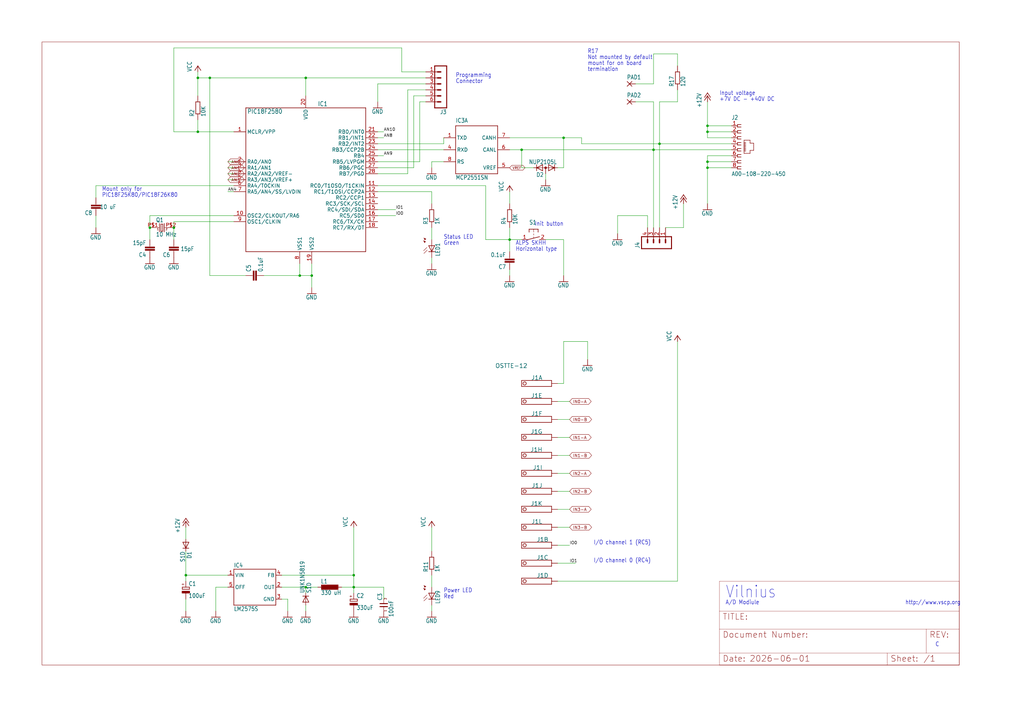
<source format=kicad_sch>
(kicad_sch (version 20250114) (generator "eeschema") (generator_version "9.0")
  (paper "User" 433.807 302.311)
  (lib_symbols
    (symbol "vilnius_rev_c-eagle-import:+12V" (power)
      (symbol "+12V_1_0"
        (pin power_in line (at 0 -2.54 90) (length 2.54) (name "+12V") (number "1"))
      )
    )
    (symbol "vilnius_rev_c-eagle-import:1,6/0,8"
      (property "Reference" "PAD" (at -1.143 1.8542 0))
      (symbol "1,6/0,8_1_0"
        (pin passive line (at 2.54 0 180) (length 2.54) (name "P") (number "1"))
      )
    )
    (symbol "vilnius_rev_c-eagle-import:31-XX"
      (property "Reference" "S" (at -6.35 -1.905 90))
      (symbol "31-XX_1_0"
        (pin passive line (at 0 5.08 270) (length 2.54) (name "S") (number "2"))
        (pin passive line (at 0 -5.08 90) (length 2.54) (name "P") (number "1"))
      )
    )
    (symbol "vilnius_rev_c-eagle-import:A00-108-220-450"
      (symbol "A00-108-220-450_1_0"
        (pin passive line (at 0 7.62 0) (length 2.54) (name "1") (number "1"))
        (pin passive line (at 0 5.08 0) (length 2.54) (name "2") (number "2"))
        (pin passive line (at 0 2.54 0) (length 2.54) (name "3") (number "3"))
        (pin passive line (at 0 0 0) (length 2.54) (name "4") (number "4"))
        (pin passive line (at 0 -2.54 0) (length 2.54) (name "5") (number "5"))
        (pin passive line (at 0 -5.08 0) (length 2.54) (name "6") (number "6"))
        (pin passive line (at 0 -7.62 0) (length 2.54) (name "7") (number "7"))
        (pin passive line (at 0 -10.16 0) (length 2.54) (name "8") (number "8"))
      )
    )
    (symbol "vilnius_rev_c-eagle-import:C-EUC0805"
      (property "Reference" "C" (at 1.524 0.381 0))
      (symbol "C-EUC0805_1_0"
        (pin passive line (at 0 2.54 270) (length 2.54) (name "1") (number "1"))
        (pin passive line (at 0 -5.08 90) (length 2.54) (name "2") (number "2"))
      )
    )
    (symbol "vilnius_rev_c-eagle-import:CNP-0805"
      (property "Reference" "C" (at 1.905 0.635 0))
      (symbol "CNP-0805_1_0"
        (text "1" (at -2.794 -1.27 0) (effects (font (size 0.8636 0.734)) (justify left bottom)))
        (text "2" (at 2.286 -1.27 0) (effects (font (size 0.8636 0.734)) (justify left bottom)))
        (pin passive line (at -2.54 0 0) (length 0) (name "1") (number "1"))
        (pin passive line (at 2.54 0 180) (length 0) (name "2") (number "2"))
      )
    )
    (symbol "vilnius_rev_c-eagle-import:CPOL-EUD"
      (property "Reference" "C" (at 1.143 0.4826 0))
      (symbol "CPOL-EUD_1_0"
        (text "+" (at -0.5842 0.4064 900) (effects (font (size 1.27 1.0795)) (justify left bottom)))
        (pin passive line (at 0 2.54 270) (length 2.54) (name "+") (number "+"))
        (pin passive line (at 0 -5.08 90) (length 2.54) (name "-") (number "-"))
      )
    )
    (symbol "vilnius_rev_c-eagle-import:DINA3_L"
      (symbol "DINA3_L_2_0"
        (text "TITLE:" (at 1.27 19.05 0) (effects (font (size 2.54 2.54)) (justify left bottom)))
        (text "Document Number:" (at 1.27 11.43 0) (effects (font (size 2.54 2.54)) (justify left bottom)))
        (text "Date:" (at 1.27 1.27 0) (effects (font (size 2.54 2.54)) (justify left bottom)))
        (text "${CURRENT_DATE}" (at 12.7 1.27 0) (effects (font (size 2.54 2.54)) (justify left bottom)))
        (text "${PROJECTNAME}" (at 17.78 19.05 0) (effects (font (size 2.54 2.54)) (justify left bottom)))
        (text "Sheet:" (at 72.39 1.27 0) (effects (font (size 2.54 2.54)) (justify left bottom)))
        (text "${#}/${##}" (at 86.36 1.27 0) (effects (font (size 2.54 2.54)) (justify left bottom)))
        (text "REV:" (at 88.9 11.43 0) (effects (font (size 2.54 2.54)) (justify left bottom)))
      )
    )
    (symbol "vilnius_rev_c-eagle-import:DIODE-2CA|ACSOT23"
      (property "Reference" "D" (at 0.762 2.0066 0))
      (symbol "DIODE-2CA|ACSOT23_1_0"
        (pin passive line (at -5.08 0 0) (length 2.54) (name "K1") (number "1"))
        (pin passive line (at 0 2.54 270) (length 2.54) (name "A") (number "3"))
        (pin passive line (at 5.08 0 180) (length 2.54) (name "K2") (number "2"))
      )
    )
    (symbol "vilnius_rev_c-eagle-import:DIODE-SOD123"
      (property "Reference" "D" (at 2.54 0.4826 0))
      (symbol "DIODE-SOD123_1_0"
        (pin passive line (at -2.54 0 0) (length 2.54) (name "A") (number "A"))
        (pin passive line (at 2.54 0 180) (length 2.54) (name "C") (number "C"))
      )
    )
    (symbol "vilnius_rev_c-eagle-import:DO3316P"
      (property "Reference" "L" (at -3.81 1.4986 0))
      (symbol "DO3316P_1_0"
        (pin passive line (at -5.08 0 0) (length 2.54) (name "1") (number "1"))
        (pin passive line (at 5.08 0 180) (length 2.54) (name "2") (number "2"))
      )
    )
    (symbol "vilnius_rev_c-eagle-import:GND" (power)
      (symbol "GND_1_0"
        (pin power_in line (at 0 2.54 270) (length 2.54) (name "GND") (number "1"))
      )
    )
    (symbol "vilnius_rev_c-eagle-import:HC-49S"
      (symbol "HC-49S_1_0"
        (text "1" (at -2.159 -1.143 0) (effects (font (size 0.8636 0.734)) (justify left bottom)))
        (text "2" (at 1.524 -1.143 0) (effects (font (size 0.8636 0.734)) (justify left bottom)))
        (pin passive line (at -5.08 0 0) (length 2.54) (name "1") (number "P$1"))
        (pin passive line (at 5.08 0 180) (length 2.54) (name "2") (number "P$2"))
      )
    )
    (symbol "vilnius_rev_c-eagle-import:LEDCHIP-LED0805"
      (property "Reference" "LED" (at 3.556 -4.572 90))
      (symbol "LEDCHIP-LED0805_1_0"
        (pin passive line (at 0 2.54 270) (length 2.54) (name "A") (number "A"))
        (pin passive line (at 0 -5.08 90) (length 2.54) (name "C") (number "C"))
      )
    )
    (symbol "vilnius_rev_c-eagle-import:LM2575S"
      (property "Reference" "IC" (at -7.62 8.28 0))
      (symbol "LM2575S_1_0"
        (pin power_in line (at -10.16 5.08 0) (length 2.54) (name "VIN") (number "1"))
        (pin input line (at -10.16 0 0) (length 2.54) (name "OFF") (number "5"))
        (pin input line (at 12.7 5.08 180) (length 2.54) (name "FB") (number "4"))
        (pin output line (at 12.7 0 180) (length 2.54) (name "OUT") (number "2"))
        (pin power_in line (at 12.7 -5.08 180) (length 2.54) (name "GND") (number "3"))
      )
    )
    (symbol "vilnius_rev_c-eagle-import:MA04-1"
      (property "Reference" "SV" (at -1.27 5.842 0))
      (symbol "MA04-1_1_0"
        (pin passive line (at 7.62 2.54 180) (length 5.08) (name "4") (number "4"))
        (pin passive line (at 7.62 0 180) (length 5.08) (name "3") (number "3"))
        (pin passive line (at 7.62 -2.54 180) (length 5.08) (name "2") (number "2"))
        (pin passive line (at 7.62 -5.08 180) (length 5.08) (name "1") (number "1"))
      )
    )
    (symbol "vilnius_rev_c-eagle-import:MA06-1"
      (property "Reference" "SV" (at -1.27 8.382 0))
      (symbol "MA06-1_1_0"
        (pin passive line (at 7.62 5.08 180) (length 5.08) (name "6") (number "6"))
        (pin passive line (at 7.62 2.54 180) (length 5.08) (name "5") (number "5"))
        (pin passive line (at 7.62 0 180) (length 5.08) (name "4") (number "4"))
        (pin passive line (at 7.62 -2.54 180) (length 5.08) (name "3") (number "3"))
        (pin passive line (at 7.62 -5.08 180) (length 5.08) (name "2") (number "2"))
        (pin passive line (at 7.62 -7.62 180) (length 5.08) (name "1") (number "1"))
      )
    )
    (symbol "vilnius_rev_c-eagle-import:MCP2551SN"
      (property "Reference" "U" (at -2.54 0 0))
      (symbol "MCP2551SN_1_0"
        (pin input line (at -15.24 5.08 0) (length 5.08) (name "TXD") (number "1"))
        (pin output line (at -15.24 0 0) (length 5.08) (name "RXD") (number "4"))
        (pin input line (at -15.24 -5.08 0) (length 5.08) (name "RS") (number "8"))
        (pin bidirectional line (at 12.7 5.08 180) (length 5.08) (name "CANH") (number "7"))
        (pin bidirectional line (at 12.7 0 180) (length 5.08) (name "CANL") (number "6"))
        (pin power_in line (at 12.7 -7.62 180) (length 5.08) (name "VREF") (number "5"))
      )
      (symbol "MCP2551SN_2_0"
        (text "VDD" (at 2.54 2.54 900) (effects (font (size 1.4224 1.209)) (justify left bottom)))
        (text "VDD" (at 2.54 2.54 900) (effects (font (size 1.4224 1.209)) (justify left bottom)))
        (text "VSS" (at 2.54 -7.62 900) (effects (font (size 1.4224 1.209)) (justify left bottom)))
        (text "VSS" (at 2.54 -7.62 900) (effects (font (size 1.4224 1.209)) (justify left bottom)))
        (pin power_in line (at 0 7.62 270) (length 5.08) (name "VDD") (number "3"))
        (pin power_in line (at 0 -7.62 90) (length 5.08) (name "VSS") (number "2"))
      )
    )
    (symbol "vilnius_rev_c-eagle-import:OSTTE-12"
      (symbol "OSTTE-12_1_0"
        (pin passive line (at -7.62 0 0) (length 2.54) (name "K") (number "1"))
      )
      (symbol "OSTTE-12_2_0"
        (pin passive line (at -7.62 0 0) (length 2.54) (name "K") (number "10"))
      )
      (symbol "OSTTE-12_3_0"
        (pin passive line (at -7.62 0 0) (length 2.54) (name "K") (number "11"))
      )
      (symbol "OSTTE-12_4_0"
        (pin passive line (at -7.62 0 0) (length 2.54) (name "K") (number "12"))
      )
      (symbol "OSTTE-12_5_0"
        (pin passive line (at -7.62 0 0) (length 2.54) (name "K") (number "2"))
      )
      (symbol "OSTTE-12_6_0"
        (pin passive line (at -7.62 0 0) (length 2.54) (name "K") (number "3"))
      )
      (symbol "OSTTE-12_7_0"
        (pin passive line (at -7.62 0 0) (length 2.54) (name "K") (number "4"))
      )
      (symbol "OSTTE-12_8_0"
        (pin passive line (at -7.62 0 0) (length 2.54) (name "K") (number "5"))
      )
      (symbol "OSTTE-12_9_0"
        (pin passive line (at -7.62 0 0) (length 2.54) (name "K") (number "6"))
      )
      (symbol "OSTTE-12_10_0"
        (pin passive line (at -7.62 0 0) (length 2.54) (name "K") (number "7"))
      )
      (symbol "OSTTE-12_11_0"
        (pin passive line (at -7.62 0 0) (length 2.54) (name "K") (number "8"))
      )
      (symbol "OSTTE-12_12_0"
        (pin passive line (at -7.62 0 0) (length 2.54) (name "K") (number "9"))
      )
    )
    (symbol "vilnius_rev_c-eagle-import:PIC18F252-?I/SO"
      (property "Reference" "IC" (at 5.08 31.115 0))
      (symbol "PIC18F252-?I/SO_1_0"
        (pin input line (at -30.48 20.32 0) (length 5.08) (name "MCLR/VPP") (number "1"))
        (pin bidirectional line (at -30.48 7.62 0) (length 5.08) (name "RA0/AN0") (number "2"))
        (pin bidirectional line (at -30.48 5.08 0) (length 5.08) (name "RA1/AN1") (number "3"))
        (pin bidirectional line (at -30.48 2.54 0) (length 5.08) (name "RA2/AN2/VREF-") (number "4"))
        (pin bidirectional line (at -30.48 0 0) (length 5.08) (name "RA3/AN3/VREF+") (number "5"))
        (pin open_collector line (at -30.48 -2.54 0) (length 5.08) (name "RA4/T0CKIN") (number "6"))
        (pin bidirectional line (at -30.48 -5.08 0) (length 5.08) (name "RA5/AN4/SS/LVDIN") (number "7"))
        (pin output line (at -30.48 -15.24 0) (length 5.08) (name "OSC2/CLKOUT/RA6") (number "10"))
        (pin input line (at -30.48 -17.78 0) (length 5.08) (name "OSC1/CLKIN") (number "9"))
        (pin power_in line (at -2.54 -35.56 90) (length 5.08) (name "VSS1") (number "8"))
        (pin power_in line (at 0 35.56 270) (length 5.08) (name "VDD") (number "20"))
        (pin power_in line (at 2.54 -35.56 90) (length 5.08) (name "VSS2") (number "19"))
        (pin bidirectional line (at 30.48 20.32 180) (length 5.08) (name "RB0/INT0") (number "21"))
        (pin bidirectional line (at 30.48 17.78 180) (length 5.08) (name "RB1/INT1") (number "22"))
        (pin bidirectional line (at 30.48 15.24 180) (length 5.08) (name "RB2/INT2") (number "23"))
        (pin bidirectional line (at 30.48 12.7 180) (length 5.08) (name "RB3/CCP2B") (number "24"))
        (pin bidirectional line (at 30.48 10.16 180) (length 5.08) (name "RB4") (number "25"))
        (pin bidirectional line (at 30.48 7.62 180) (length 5.08) (name "RB5/LVPGM") (number "26"))
        (pin bidirectional line (at 30.48 5.08 180) (length 5.08) (name "RB6/PGC") (number "27"))
        (pin bidirectional line (at 30.48 2.54 180) (length 5.08) (name "RB7/PGD") (number "28"))
        (pin bidirectional line (at 30.48 -2.54 180) (length 5.08) (name "RC0/T1OSO/T1CKIN") (number "11"))
        (pin bidirectional line (at 30.48 -5.08 180) (length 5.08) (name "RC1/T1OSI/CCP2A") (number "12"))
        (pin bidirectional line (at 30.48 -7.62 180) (length 5.08) (name "RC2/CCP1") (number "13"))
        (pin bidirectional line (at 30.48 -10.16 180) (length 5.08) (name "RC3/SCK/SCL") (number "14"))
        (pin bidirectional line (at 30.48 -12.7 180) (length 5.08) (name "RC4/SDI/SDA") (number "15"))
        (pin bidirectional line (at 30.48 -15.24 180) (length 5.08) (name "RC5/SD0") (number "16"))
        (pin bidirectional line (at 30.48 -17.78 180) (length 5.08) (name "RC6/TX/CK") (number "17"))
        (pin bidirectional line (at 30.48 -20.32 180) (length 5.08) (name "RC7/RX/DT") (number "18"))
      )
    )
    (symbol "vilnius_rev_c-eagle-import:R-EU_R0805"
      (property "Reference" "R" (at -3.81 1.4986 0))
      (symbol "R-EU_R0805_1_0"
        (pin passive line (at -5.08 0 0) (length 2.54) (name "1") (number "1"))
        (pin passive line (at 5.08 0 180) (length 2.54) (name "2") (number "2"))
      )
    )
    (symbol "vilnius_rev_c-eagle-import:VCC" (power)
      (symbol "VCC_1_0"
        (pin power_in line (at 0 -2.54 90) (length 2.54) (name "VCC") (number "1"))
      )
    )
  )
  (text "I/O channel 0 (RC4)" (at 251.46 238.76 0) (effects (font (size 1.778 1.5113)) (justify left bottom)))
  (text "Programming" (at 193.04 33.02 0) (effects (font (size 1.778 1.5113)) (justify left bottom)))
  (text "ALPS SKHH" (at 218.44 104.14 0) (effects (font (size 1.778 1.5113)) (justify left bottom)))
  (text "mount for on board" (at 248.92 27.94 0) (effects (font (size 1.778 1.5113)) (justify left bottom)))
  (text "Vilnius" (at 307.34 254 0) (effects (font (size 5.08 4.318)) (justify left bottom)))
  (text "Init button" (at 238.76 93.98 0) (effects (font (size 1.778 1.5113)) (justify right top)))
  (text "termination" (at 248.92 30.48 0) (effects (font (size 1.778 1.5113)) (justify left bottom)))
  (text "I/O channel 1 (RC5)" (at 251.46 231.14 0) (effects (font (size 1.778 1.5113)) (justify left bottom)))
  (text "Connector" (at 193.04 35.56 0) (effects (font (size 1.778 1.5113)) (justify left bottom)))
  (text "R17" (at 248.92 22.86 0) (effects (font (size 1.778 1.5113)) (justify left bottom)))
  (text "Not mounted by default" (at 248.92 25.4 0) (effects (font (size 1.778 1.5113)) (justify left bottom)))
  (text "+7V DC - +40V DC" (at 304.8 43.18 0) (effects (font (size 1.778 1.5113)) (justify left bottom)))
  (text "PIC18F25K80/PIC18F26K80" (at 43.18 83.82 0) (effects (font (size 1.778 1.5113)) (justify left bottom)))
  (text "C" (at 396.24 274.32 0) (effects (font (size 1.778 1.5113)) (justify left bottom)))
  (text "Input voltage" (at 304.8 40.64 0) (effects (font (size 1.778 1.5113)) (justify left bottom)))
  (text "Horizontal type" (at 218.44 106.68 0) (effects (font (size 1.778 1.5113)) (justify left bottom)))
  (text "Status LED" (at 187.96 101.6 0) (effects (font (size 1.778 1.5113)) (justify left bottom)))
  (text "Power LED" (at 187.96 251.46 0) (effects (font (size 1.778 1.5113)) (justify left bottom)))
  (text "Mount only for" (at 43.18 81.28 0) (effects (font (size 1.778 1.5113)) (justify left bottom)))
  (text "A/D Modiule" (at 307.34 256.54 0) (effects (font (size 1.778 1.5113)) (justify left bottom)))
  (text "Red" (at 187.96 254 0) (effects (font (size 1.778 1.5113)) (justify left bottom)))
  (text "http://www.vscp.org" (at 383.54 256.54 0) (effects (font (size 1.778 1.5113)) (justify left bottom)))
  (text "Green" (at 187.96 104.14 0) (effects (font (size 1.778 1.5113)) (justify left bottom)))
  (junction (at 149.86 248.92))
  (junction (at 73.66 96.52))
  (junction (at 299.72 55.88))
  (junction (at 276.86 63.5))
  (junction (at 220.98 63.5))
  (junction (at 299.72 68.58))
  (junction (at 299.72 53.34))
  (junction (at 127 116.84))
  (junction (at 238.76 58.42))
  (junction (at 78.74 243.84))
  (junction (at 83.82 33.02))
  (junction (at 279.4 60.96))
  (junction (at 215.9 101.6))
  (junction (at 149.86 243.84))
  (junction (at 129.54 248.92))
  (junction (at 132.08 116.84))
  (junction (at 83.82 55.88))
  (junction (at 299.72 71.12))
  (junction (at 129.54 33.02))
  (junction (at 63.5 96.52))
  (junction (at 88.9 33.02))
  (wire (pts (xy 99.06 78.74) (xy 40.64 78.74)) (stroke (width 0.1524)))
  (wire (pts (xy 287.02 27.94) (xy 287.02 22.86)) (stroke (width 0.1524)))
  (wire (pts (xy 129.54 251.46) (xy 129.54 248.92)) (stroke (width 0.1524)))
  (wire (pts (xy 182.88 101.6) (xy 182.88 96.52)) (stroke (width 0.1524)))
  (wire (pts (xy 73.66 93.98) (xy 99.06 93.98)) (stroke (width 0.1524)))
  (wire (pts (xy 149.86 251.46) (xy 149.86 248.92)) (stroke (width 0.1524)))
  (wire (pts (xy 309.88 68.58) (xy 299.72 68.58)) (stroke (width 0.1524)))
  (wire (pts (xy 279.4 43.18) (xy 279.4 60.96)) (stroke (width 0.1524)))
  (wire (pts (xy 205.74 78.74) (xy 205.74 101.6)) (stroke (width 0.1524)))
  (wire (pts (xy 299.72 53.34) (xy 299.72 43.18)) (stroke (width 0.1524)))
  (wire (pts (xy 91.44 248.92) (xy 91.44 259.08)) (stroke (width 0.1524)))
  (wire (pts (xy 236.22 170.18) (xy 241.3 170.18)) (stroke (width 0.1524)))
  (wire (pts (xy 162.56 248.92) (xy 162.56 254)) (stroke (width 0.1524)))
  (wire (pts (xy 96.52 243.84) (xy 78.74 243.84)) (stroke (width 0.1524)))
  (wire (pts (xy 276.86 43.18) (xy 276.86 63.5)) (stroke (width 0.1524)))
  (wire (pts (xy 99.06 81.28) (xy 96.52 81.28)) (stroke (width 0.1524)))
  (wire (pts (xy 40.64 78.74) (xy 40.64 83.82)) (stroke (width 0.1524)))
  (wire (pts (xy 180.34 38.1) (xy 172.72 38.1)) (stroke (width 0.1524)))
  (wire (pts (xy 121.92 254) (xy 121.92 259.08)) (stroke (width 0.1524)))
  (wire (pts (xy 236.22 215.9) (xy 241.3 215.9)) (stroke (width 0.1524)))
  (wire (pts (xy 309.88 63.5) (xy 276.86 63.5)) (stroke (width 0.1524)))
  (wire (pts (xy 99.06 91.44) (xy 63.5 91.44)) (stroke (width 0.1524)))
  (wire (pts (xy 160.02 63.5) (xy 187.96 63.5)) (stroke (width 0.1524)))
  (wire (pts (xy 129.54 256.54) (xy 129.54 259.08)) (stroke (width 0.1524)))
  (wire (pts (xy 83.82 33.02) (xy 83.82 30.48)) (stroke (width 0.1524)))
  (wire (pts (xy 309.88 58.42) (xy 299.72 58.42)) (stroke (width 0.1524)))
  (wire (pts (xy 309.88 66.04) (xy 299.72 66.04)) (stroke (width 0.1524)))
  (wire (pts (xy 73.66 20.32) (xy 73.66 55.88)) (stroke (width 0.1524)))
  (wire (pts (xy 73.66 55.88) (xy 83.82 55.88)) (stroke (width 0.1524)))
  (wire (pts (xy 274.32 91.44) (xy 261.62 91.44)) (stroke (width 0.1524)))
  (wire (pts (xy 160.02 78.74) (xy 205.74 78.74)) (stroke (width 0.1524)))
  (wire (pts (xy 287.02 246.38) (xy 287.02 144.78)) (stroke (width 0.1524)))
  (wire (pts (xy 160.02 55.88) (xy 162.56 55.88)) (stroke (width 0.1524)))
  (wire (pts (xy 182.88 71.12) (xy 182.88 68.58)) (stroke (width 0.1524)))
  (wire (pts (xy 215.9 86.36) (xy 215.9 81.28)) (stroke (width 0.1524)))
  (wire (pts (xy 83.82 50.8) (xy 83.82 55.88)) (stroke (width 0.1524)))
  (wire (pts (xy 170.18 20.32) (xy 73.66 20.32)) (stroke (width 0.1524)))
  (wire (pts (xy 127 116.84) (xy 132.08 116.84)) (stroke (width 0.1524)))
  (wire (pts (xy 261.62 91.44) (xy 261.62 99.06)) (stroke (width 0.1524)))
  (wire (pts (xy 236.22 71.12) (xy 238.76 71.12)) (stroke (width 0.1524)))
  (wire (pts (xy 182.88 109.22) (xy 182.88 111.76)) (stroke (width 0.1524)))
  (wire (pts (xy 129.54 248.92) (xy 134.62 248.92)) (stroke (width 0.1524)))
  (wire (pts (xy 119.38 243.84) (xy 149.86 243.84)) (stroke (width 0.1524)))
  (wire (pts (xy 287.02 22.86) (xy 276.86 22.86)) (stroke (width 0.1524)))
  (wire (pts (xy 129.54 33.02) (xy 180.34 33.02)) (stroke (width 0.1524)))
  (wire (pts (xy 238.76 101.6) (xy 238.76 116.84)) (stroke (width 0.1524)))
  (wire (pts (xy 299.72 66.04) (xy 299.72 68.58)) (stroke (width 0.1524)))
  (wire (pts (xy 299.72 55.88) (xy 299.72 53.34)) (stroke (width 0.1524)))
  (wire (pts (xy 238.76 71.12) (xy 238.76 58.42)) (stroke (width 0.1524)))
  (wire (pts (xy 231.14 76.2) (xy 231.14 73.66)) (stroke (width 0.1524)))
  (wire (pts (xy 309.88 71.12) (xy 299.72 71.12)) (stroke (width 0.1524)))
  (wire (pts (xy 111.76 116.84) (xy 127 116.84)) (stroke (width 0.1524)))
  (wire (pts (xy 276.86 96.52) (xy 276.86 63.5)) (stroke (width 0.1524)))
  (wire (pts (xy 73.66 96.52) (xy 73.66 93.98)) (stroke (width 0.1524)))
  (wire (pts (xy 129.54 33.02) (xy 88.9 33.02)) (stroke (width 0.1524)))
  (wire (pts (xy 175.26 71.12) (xy 175.26 40.64)) (stroke (width 0.1524)))
  (wire (pts (xy 172.72 73.66) (xy 160.02 73.66)) (stroke (width 0.1524)))
  (wire (pts (xy 160.02 43.18) (xy 160.02 35.56)) (stroke (width 0.1524)))
  (wire (pts (xy 215.9 101.6) (xy 205.74 101.6)) (stroke (width 0.1524)))
  (wire (pts (xy 236.22 246.38) (xy 287.02 246.38)) (stroke (width 0.1524)))
  (wire (pts (xy 276.86 63.5) (xy 220.98 63.5)) (stroke (width 0.1524)))
  (wire (pts (xy 177.8 68.58) (xy 160.02 68.58)) (stroke (width 0.1524)))
  (wire (pts (xy 279.4 60.96) (xy 246.38 60.96)) (stroke (width 0.1524)))
  (wire (pts (xy 182.88 233.68) (xy 182.88 223.52)) (stroke (width 0.1524)))
  (wire (pts (xy 160.02 91.44) (xy 167.64 91.44)) (stroke (width 0.1524)))
  (wire (pts (xy 132.08 116.84) (xy 132.08 111.76)) (stroke (width 0.1524)))
  (wire (pts (xy 172.72 38.1) (xy 172.72 73.66)) (stroke (width 0.1524)))
  (wire (pts (xy 63.5 96.52) (xy 63.5 101.6)) (stroke (width 0.1524)))
  (wire (pts (xy 281.94 96.52) (xy 289.56 96.52)) (stroke (width 0.1524)))
  (wire (pts (xy 160.02 35.56) (xy 180.34 35.56)) (stroke (width 0.1524)))
  (wire (pts (xy 279.4 96.52) (xy 279.4 60.96)) (stroke (width 0.1524)))
  (wire (pts (xy 78.74 246.38) (xy 78.74 243.84)) (stroke (width 0.1524)))
  (wire (pts (xy 287.02 38.1) (xy 287.02 43.18)) (stroke (width 0.1524)))
  (wire (pts (xy 236.22 223.52) (xy 241.3 223.52)) (stroke (width 0.1524)))
  (wire (pts (xy 129.54 40.64) (xy 129.54 33.02)) (stroke (width 0.1524)))
  (wire (pts (xy 238.76 162.56) (xy 238.76 144.78)) (stroke (width 0.1524)))
  (wire (pts (xy 160.02 58.42) (xy 162.56 58.42)) (stroke (width 0.1524)))
  (wire (pts (xy 78.74 254) (xy 78.74 259.08)) (stroke (width 0.1524)))
  (wire (pts (xy 215.9 58.42) (xy 238.76 58.42)) (stroke (width 0.1524)))
  (wire (pts (xy 160.02 60.96) (xy 187.96 60.96)) (stroke (width 0.1524)))
  (wire (pts (xy 99.06 68.58) (xy 96.52 68.58)) (stroke (width 0.1524)))
  (wire (pts (xy 149.86 248.92) (xy 162.56 248.92)) (stroke (width 0.1524)))
  (wire (pts (xy 149.86 243.84) (xy 149.86 223.52)) (stroke (width 0.1524)))
  (wire (pts (xy 119.38 254) (xy 121.92 254)) (stroke (width 0.1524)))
  (wire (pts (xy 182.88 81.28) (xy 182.88 86.36)) (stroke (width 0.1524)))
  (wire (pts (xy 231.14 101.6) (xy 238.76 101.6)) (stroke (width 0.1524)))
  (wire (pts (xy 182.88 248.92) (xy 182.88 243.84)) (stroke (width 0.1524)))
  (wire (pts (xy 149.86 248.92) (xy 144.78 248.92)) (stroke (width 0.1524)))
  (wire (pts (xy 299.72 71.12) (xy 299.72 86.36)) (stroke (width 0.1524)))
  (wire (pts (xy 236.22 185.42) (xy 241.3 185.42)) (stroke (width 0.1524)))
  (wire (pts (xy 160.02 66.04) (xy 162.56 66.04)) (stroke (width 0.1524)))
  (wire (pts (xy 236.22 231.14) (xy 241.3 231.14)) (stroke (width 0.1524)))
  (wire (pts (xy 236.22 193.04) (xy 241.3 193.04)) (stroke (width 0.1524)))
  (wire (pts (xy 99.06 76.2) (xy 96.52 76.2)) (stroke (width 0.1524)))
  (wire (pts (xy 88.9 116.84) (xy 88.9 33.02)) (stroke (width 0.1524)))
  (wire (pts (xy 40.64 96.52) (xy 40.64 91.44)) (stroke (width 0.1524)))
  (wire (pts (xy 289.56 96.52) (xy 289.56 86.36)) (stroke (width 0.1524)))
  (wire (pts (xy 238.76 58.42) (xy 246.38 58.42)) (stroke (width 0.1524)))
  (wire (pts (xy 78.74 228.6) (xy 78.74 223.52)) (stroke (width 0.1524)))
  (wire (pts (xy 88.9 33.02) (xy 83.82 33.02)) (stroke (width 0.1524)))
  (wire (pts (xy 180.34 43.18) (xy 177.8 43.18)) (stroke (width 0.1524)))
  (wire (pts (xy 236.22 200.66) (xy 241.3 200.66)) (stroke (width 0.1524)))
  (wire (pts (xy 132.08 121.92) (xy 132.08 116.84)) (stroke (width 0.1524)))
  (wire (pts (xy 182.88 68.58) (xy 187.96 68.58)) (stroke (width 0.1524)))
  (wire (pts (xy 73.66 101.6) (xy 73.66 96.52)) (stroke (width 0.1524)))
  (wire (pts (xy 220.98 71.12) (xy 220.98 63.5)) (stroke (width 0.1524)))
  (wire (pts (xy 170.18 30.48) (xy 170.18 20.32)) (stroke (width 0.1524)))
  (wire (pts (xy 299.72 58.42) (xy 299.72 55.88)) (stroke (width 0.1524)))
  (wire (pts (xy 63.5 91.44) (xy 63.5 96.52)) (stroke (width 0.1524)))
  (wire (pts (xy 299.72 68.58) (xy 299.72 71.12)) (stroke (width 0.1524)))
  (wire (pts (xy 180.34 30.48) (xy 170.18 30.48)) (stroke (width 0.1524)))
  (wire (pts (xy 215.9 101.6) (xy 220.98 101.6)) (stroke (width 0.1524)))
  (wire (pts (xy 215.9 96.52) (xy 215.9 101.6)) (stroke (width 0.1524)))
  (wire (pts (xy 160.02 71.12) (xy 175.26 71.12)) (stroke (width 0.1524)))
  (wire (pts (xy 309.88 60.96) (xy 279.4 60.96)) (stroke (width 0.1524)))
  (wire (pts (xy 246.38 60.96) (xy 246.38 58.42)) (stroke (width 0.1524)))
  (wire (pts (xy 177.8 43.18) (xy 177.8 68.58)) (stroke (width 0.1524)))
  (wire (pts (xy 160.02 81.28) (xy 182.88 81.28)) (stroke (width 0.1524)))
  (wire (pts (xy 287.02 43.18) (xy 279.4 43.18)) (stroke (width 0.1524)))
  (wire (pts (xy 99.06 73.66) (xy 96.52 73.66)) (stroke (width 0.1524)))
  (wire (pts (xy 309.88 55.88) (xy 299.72 55.88)) (stroke (width 0.1524)))
  (wire (pts (xy 236.22 177.8) (xy 241.3 177.8)) (stroke (width 0.1524)))
  (wire (pts (xy 274.32 96.52) (xy 274.32 91.44)) (stroke (width 0.1524)))
  (wire (pts (xy 215.9 101.6) (xy 215.9 106.68)) (stroke (width 0.1524)))
  (wire (pts (xy 96.52 248.92) (xy 91.44 248.92)) (stroke (width 0.1524)))
  (wire (pts (xy 236.22 238.76) (xy 243.84 238.76)) (stroke (width 0.1524)))
  (wire (pts (xy 269.24 43.18) (xy 276.86 43.18)) (stroke (width 0.1524)))
  (wire (pts (xy 187.96 60.96) (xy 187.96 58.42)) (stroke (width 0.1524)))
  (wire (pts (xy 160.02 88.9) (xy 167.64 88.9)) (stroke (width 0.1524)))
  (wire (pts (xy 238.76 144.78) (xy 248.92 144.78)) (stroke (width 0.1524)))
  (wire (pts (xy 78.74 233.68) (xy 78.74 243.84)) (stroke (width 0.1524)))
  (wire (pts (xy 276.86 35.56) (xy 276.86 22.86)) (stroke (width 0.1524)))
  (wire (pts (xy 175.26 40.64) (xy 180.34 40.64)) (stroke (width 0.1524)))
  (wire (pts (xy 127 111.76) (xy 127 116.84)) (stroke (width 0.1524)))
  (wire (pts (xy 149.86 243.84) (xy 149.86 248.92)) (stroke (width 0.1524)))
  (wire (pts (xy 236.22 162.56) (xy 238.76 162.56)) (stroke (width 0.1524)))
  (wire (pts (xy 119.38 248.92) (xy 129.54 248.92)) (stroke (width 0.1524)))
  (wire (pts (xy 248.92 144.78) (xy 248.92 152.4)) (stroke (width 0.1524)))
  (wire (pts (xy 215.9 63.5) (xy 220.98 63.5)) (stroke (width 0.1524)))
  (wire (pts (xy 226.06 71.12) (xy 220.98 71.12)) (stroke (width 0.1524)))
  (wire (pts (xy 104.14 116.84) (xy 88.9 116.84)) (stroke (width 0.1524)))
  (wire (pts (xy 236.22 208.28) (xy 241.3 208.28)) (stroke (width 0.1524)))
  (wire (pts (xy 269.24 35.56) (xy 276.86 35.56)) (stroke (width 0.1524)))
  (wire (pts (xy 83.82 55.88) (xy 99.06 55.88)) (stroke (width 0.1524)))
  (wire (pts (xy 182.88 256.54) (xy 182.88 259.08)) (stroke (width 0.1524)))
  (wire (pts (xy 83.82 40.64) (xy 83.82 33.02)) (stroke (width 0.1524)))
  (wire (pts (xy 99.06 71.12) (xy 96.52 71.12)) (stroke (width 0.1524)))
  (wire (pts (xy 309.88 53.34) (xy 299.72 53.34)) (stroke (width 0.1524)))
  (wire (pts (xy 215.9 114.3) (xy 215.9 116.84)) (stroke (width 0.1524)))
  (label "AN8" (at 162.56 58.42 0) (effects (font (size 1.2446 1.2446))))
  (label "IO1" (at 241.3 238.76 0) (effects (font (size 1.2446 1.2446))))
  (label "AN9" (at 162.56 66.04 0) (effects (font (size 1.2446 1.2446))))
  (label "IO0" (at 241.3 231.14 0) (effects (font (size 1.2446 1.2446))))
  (label "IO1" (at 167.64 88.9 0) (effects (font (size 1.2446 1.2446))))
  (label "IO0" (at 167.64 91.44 0) (effects (font (size 1.2446 1.2446))))
  (label "AN4" (at 96.52 81.28 0) (effects (font (size 1.2446 1.2446))))
  (label "AN10" (at 162.56 55.88 0) (effects (font (size 1.2446 1.2446))))
  (global_label "IN0-A" (shape bidirectional) (at 241.3 170.18 0) (effects (font (size 1.2446 1.2446))) (property "Intersheetrefs" "${INTERSHEET_REFS}" (effects (hide yes))))
  (global_label "VREF" (shape bidirectional) (at 215.9 71.12 0) (effects (font (size 1.016 1.016))) (property "Intersheetrefs" "${INTERSHEET_REFS}" (effects (hide yes))))
  (global_label "AN1" (shape bidirectional) (at 96.52 71.12 0) (effects (font (size 1.2446 1.2446))) (property "Intersheetrefs" "${INTERSHEET_REFS}" (effects (hide yes))))
  (global_label "IN1-B" (shape bidirectional) (at 241.3 193.04 0) (effects (font (size 1.2446 1.2446))) (property "Intersheetrefs" "${INTERSHEET_REFS}" (effects (hide yes))))
  (global_label "IN1-A" (shape bidirectional) (at 241.3 185.42 0) (effects (font (size 1.2446 1.2446))) (property "Intersheetrefs" "${INTERSHEET_REFS}" (effects (hide yes))))
  (global_label "IN2-A" (shape bidirectional) (at 241.3 200.66 0) (effects (font (size 1.2446 1.2446))) (property "Intersheetrefs" "${INTERSHEET_REFS}" (effects (hide yes))))
  (global_label "AN2" (shape bidirectional) (at 96.52 73.66 0) (effects (font (size 1.2446 1.2446))) (property "Intersheetrefs" "${INTERSHEET_REFS}" (effects (hide yes))))
  (global_label "IN0-B" (shape bidirectional) (at 241.3 177.8 0) (effects (font (size 1.2446 1.2446))) (property "Intersheetrefs" "${INTERSHEET_REFS}" (effects (hide yes))))
  (global_label "AN0" (shape bidirectional) (at 96.52 68.58 0) (effects (font (size 1.2446 1.2446))) (property "Intersheetrefs" "${INTERSHEET_REFS}" (effects (hide yes))))
  (global_label "IN3-B" (shape bidirectional) (at 241.3 223.52 0) (effects (font (size 1.2446 1.2446))) (property "Intersheetrefs" "${INTERSHEET_REFS}" (effects (hide yes))))
  (global_label "IN3-A" (shape bidirectional) (at 241.3 215.9 0) (effects (font (size 1.2446 1.2446))) (property "Intersheetrefs" "${INTERSHEET_REFS}" (effects (hide yes))))
  (global_label "IN2-B" (shape bidirectional) (at 241.3 208.28 0) (effects (font (size 1.2446 1.2446))) (property "Intersheetrefs" "${INTERSHEET_REFS}" (effects (hide yes))))
  (global_label "AN3" (shape bidirectional) (at 96.52 76.2 0) (effects (font (size 1.2446 1.2446))) (property "Intersheetrefs" "${INTERSHEET_REFS}" (effects (hide yes))))
  (symbol (lib_id "vilnius_rev_c-eagle-import:LEDCHIP-LED0805") (at 182.88 104.14 0) (unit 1)
    (property "Reference" "LED1" (at 186.436 108.712 90) (effects (font (size 1.778 1.5113)) (justify left bottom)))
    (property "Value" "LEDCHIP-LED0805" (effects (hide yes)))
    (property "Footprint" "vilnius_rev_c:CHIP-LED0805" (effects (hide yes)))
  )
  (symbol (lib_id "vilnius_rev_c-eagle-import:1,6/0,8") (at 266.7 43.18 0) (unit 1)
    (property "Reference" "PAD2" (at 265.557 41.3258 0) (effects (font (size 1.778 1.5113)) (justify left bottom)))
    (property "Value" "1,6/0,8" (effects (hide yes)))
    (property "Footprint" "vilnius_rev_c:1,6_0,8" (effects (hide yes)))
  )
  (symbol (lib_id "vilnius_rev_c-eagle-import:GND") (at 231.14 78.74 0) (unit 1)
    (property "Reference" "#GND13" (effects (hide yes)))
    (property "Value" "GND" (at 228.6 81.28 0) (effects (font (size 1.778 1.5113)) (justify left bottom)))
  )
  (symbol (lib_id "vilnius_rev_c-eagle-import:CPOL-EUD") (at 149.86 254 0) (unit 1)
    (property "Reference" "C2" (at 151.003 253.5174 0) (effects (font (size 1.778 1.5113)) (justify left bottom)))
    (property "Value" "330uF" (at 151.003 258.5974 0) (effects (font (size 1.778 1.5113)) (justify left bottom)))
    (property "Footprint" "vilnius_rev_c:PANASONIC_D" (effects (hide yes)))
  )
  (symbol (lib_id "vilnius_rev_c-eagle-import:GND") (at 40.64 99.06 0) (unit 1)
    (property "Reference" "#GND2" (effects (hide yes)))
    (property "Value" "GND" (at 38.1 101.6 0) (effects (font (size 1.778 1.5113)) (justify left bottom)))
  )
  (symbol (lib_id "vilnius_rev_c-eagle-import:GND") (at 132.08 124.46 0) (unit 1)
    (property "Reference" "#GND9" (effects (hide yes)))
    (property "Value" "GND" (at 129.54 127 0) (effects (font (size 1.778 1.5113)) (justify left bottom)))
  )
  (symbol (lib_id "vilnius_rev_c-eagle-import:MA06-1") (at 187.96 38.1 180) (unit 1)
    (property "Reference" "J3" (at 189.23 46.482 0) (effects (font (size 1.778 1.5113)) (justify left bottom)))
    (property "Value" "MA06-1" (effects (hide yes)))
    (property "Footprint" "vilnius_rev_c:MA06-1" (effects (hide yes)))
  )
  (symbol (lib_id "vilnius_rev_c-eagle-import:VCC") (at 287.02 142.24 0) (unit 1)
    (property "Reference" "#P+5" (effects (hide yes)))
    (property "Value" "VCC" (at 284.48 144.78 90) (effects (font (size 1.778 1.5113)) (justify left bottom)))
  )
  (symbol (lib_id "vilnius_rev_c-eagle-import:OSTTE-12") (at 228.6 215.9 180) (unit 11)
    (property "Reference" "J1" (at 229.87 212.471 0) (effects (font (size 1.778 1.778)) (justify left bottom)))
    (property "Value" "OSTTE-12" (effects (hide yes)))
    (property "Footprint" "vilnius_rev_c:PINHEAD-12" (effects (hide yes)))
  )
  (symbol (lib_id "vilnius_rev_c-eagle-import:GND") (at 121.92 261.62 0) (unit 1)
    (property "Reference" "#GND5" (effects (hide yes)))
    (property "Value" "GND" (at 119.38 264.16 0) (effects (font (size 1.778 1.5113)) (justify left bottom)))
  )
  (symbol (lib_id "vilnius_rev_c-eagle-import:A00-108-220-450") (at 309.88 60.96 0) (unit 1)
    (property "Reference" "J2" (at 309.88 50.8 0) (effects (font (size 1.778 1.5113)) (justify left bottom)))
    (property "Value" "A00-108-220-450" (at 309.88 74.676 0) (effects (font (size 1.778 1.5113)) (justify left bottom)))
    (property "Footprint" "vilnius_rev_c:RJ-45" (effects (hide yes)))
  )
  (symbol (lib_id "vilnius_rev_c-eagle-import:DIODE-2CA|ACSOT23") (at 231.14 71.12 180) (unit 1)
    (property "Reference" "D2" (at 230.378 73.1266 0) (effects (font (size 1.778 1.5113)) (justify left bottom)))
    (property "Value" "NUP2105L" (at 235.966 67.6656 0) (effects (font (size 1.778 1.5113)) (justify left bottom)))
    (property "Footprint" "vilnius_rev_c:SOT23@1" (effects (hide yes)))
  )
  (symbol (lib_id "vilnius_rev_c-eagle-import:CNP-0805") (at 162.56 256.54 90) (unit 1)
    (property "Reference" "C3" (at 161.925 254.635 0) (effects (font (size 1.778 1.5113)) (justify left bottom)))
    (property "Value" "100nF" (at 166.6875 261.62 0) (effects (font (size 1.778 1.5113)) (justify left bottom)))
    (property "Footprint" "vilnius_rev_c:0805" (effects (hide yes)))
  )
  (symbol (lib_id "vilnius_rev_c-eagle-import:OSTTE-12") (at 228.6 162.56 180) (unit 1)
    (property "Reference" "J1" (at 229.87 159.131 0) (effects (font (size 1.778 1.778)) (justify left bottom)))
    (property "Value" "OSTTE-12" (at 223.52 154.051 0) (effects (font (size 1.778 1.778)) (justify left bottom)))
    (property "Footprint" "vilnius_rev_c:PINHEAD-12" (effects (hide yes)))
  )
  (symbol (lib_id "vilnius_rev_c-eagle-import:OSTTE-12") (at 228.6 238.76 180) (unit 3)
    (property "Reference" "J1" (at 232.41 235.331 0) (effects (font (size 1.778 1.778)) (justify left bottom)))
    (property "Value" "OSTTE-12" (effects (hide yes)))
    (property "Footprint" "vilnius_rev_c:PINHEAD-12" (effects (hide yes)))
  )
  (symbol (lib_id "vilnius_rev_c-eagle-import:OSTTE-12") (at 228.6 208.28 180) (unit 10)
    (property "Reference" "J1" (at 229.87 204.851 0) (effects (font (size 1.778 1.778)) (justify left bottom)))
    (property "Value" "OSTTE-12" (effects (hide yes)))
    (property "Footprint" "vilnius_rev_c:PINHEAD-12" (effects (hide yes)))
  )
  (symbol (lib_id "vilnius_rev_c-eagle-import:GND") (at 149.86 261.62 0) (unit 1)
    (property "Reference" "#GND14" (effects (hide yes)))
    (property "Value" "GND" (at 147.32 264.16 0) (effects (font (size 1.778 1.5113)) (justify left bottom)))
  )
  (symbol (lib_id "vilnius_rev_c-eagle-import:OSTTE-12") (at 228.6 246.38 180) (unit 4)
    (property "Reference" "J1" (at 232.41 242.951 0) (effects (font (size 1.778 1.778)) (justify left bottom)))
    (property "Value" "OSTTE-12" (effects (hide yes)))
    (property "Footprint" "vilnius_rev_c:PINHEAD-12" (effects (hide yes)))
  )
  (symbol (lib_id "vilnius_rev_c-eagle-import:GND") (at 248.92 154.94 0) (unit 1)
    (property "Reference" "#GND17" (effects (hide yes)))
    (property "Value" "GND" (at 246.38 157.48 0) (effects (font (size 1.778 1.5113)) (justify left bottom)))
  )
  (symbol (lib_id "vilnius_rev_c-eagle-import:DIODE-SOD123") (at 129.54 254 90) (unit 1)
    (property "Reference" "UNK1N5819" (at 129.0574 251.46 0) (effects (font (size 1.778 1.5113)) (justify left bottom)))
    (property "Value" "S1D" (at 131.8514 251.46 0) (effects (font (size 1.778 1.5113)) (justify left bottom)))
    (property "Footprint" "vilnius_rev_c:SOD123" (effects (hide yes)))
  )
  (symbol (lib_id "vilnius_rev_c-eagle-import:31-XX") (at 226.06 101.6 270) (unit 1)
    (property "Reference" "S1" (at 224.155 95.25 90) (effects (font (size 1.778 1.5113)) (justify left bottom)))
    (property "Value" "31-XX" (effects (hide yes)))
    (property "Footprint" "vilnius_rev_c:B3F-31XX" (effects (hide yes)))
  )
  (symbol (lib_id "vilnius_rev_c-eagle-import:GND") (at 182.88 261.62 0) (unit 1)
    (property "Reference" "#GND27" (effects (hide yes)))
    (property "Value" "GND" (at 180.34 264.16 0) (effects (font (size 1.778 1.5113)) (justify left bottom)))
  )
  (symbol (lib_id "vilnius_rev_c-eagle-import:C-EUC0805") (at 215.9 111.76 180) (unit 1)
    (property "Reference" "C7" (at 214.376 112.141 0) (effects (font (size 1.778 1.5113)) (justify left bottom)))
    (property "Value" "0.1uF" (at 214.376 107.061 0) (effects (font (size 1.778 1.5113)) (justify left bottom)))
    (property "Footprint" "vilnius_rev_c:C0805" (effects (hide yes)))
  )
  (symbol (lib_id "vilnius_rev_c-eagle-import:R-EU_R0805") (at 287.02 33.02 90) (unit 1)
    (property "Reference" "R17" (at 285.5214 36.83 0) (effects (font (size 1.778 1.5113)) (justify left bottom)))
    (property "Value" "120" (at 290.322 36.83 0) (effects (font (size 1.778 1.5113)) (justify left bottom)))
    (property "Footprint" "vilnius_rev_c:R0805" (effects (hide yes)))
  )
  (symbol (lib_id "vilnius_rev_c-eagle-import:VCC") (at 215.9 78.74 0) (unit 1)
    (property "Reference" "#P+4" (effects (hide yes)))
    (property "Value" "VCC" (at 213.36 81.28 90) (effects (font (size 1.778 1.5113)) (justify left bottom)))
  )
  (symbol (lib_id "vilnius_rev_c-eagle-import:CPOL-EUD") (at 78.74 248.92 0) (unit 1)
    (property "Reference" "C1" (at 79.883 248.4374 0) (effects (font (size 1.778 1.5113)) (justify left bottom)))
    (property "Value" "100uF" (at 79.883 253.5174 0) (effects (font (size 1.778 1.5113)) (justify left bottom)))
    (property "Footprint" "vilnius_rev_c:PANASONIC_D" (effects (hide yes)))
  )
  (symbol (lib_id "vilnius_rev_c-eagle-import:GND") (at 162.56 261.62 0) (unit 1)
    (property "Reference" "#GND15" (effects (hide yes)))
    (property "Value" "GND" (at 160.02 264.16 0) (effects (font (size 1.778 1.5113)) (justify left bottom)))
  )
  (symbol (lib_id "vilnius_rev_c-eagle-import:GND") (at 182.88 73.66 0) (unit 1)
    (property "Reference" "#GND12" (effects (hide yes)))
    (property "Value" "GND" (at 180.34 76.2 0) (effects (font (size 1.778 1.5113)) (justify left bottom)))
  )
  (symbol (lib_id "vilnius_rev_c-eagle-import:+12V") (at 299.72 40.64 0) (unit 1)
    (property "Reference" "#P+1" (effects (hide yes)))
    (property "Value" "+12V" (at 297.18 45.72 90) (effects (font (size 1.778 1.5113)) (justify left bottom)))
  )
  (symbol (lib_id "vilnius_rev_c-eagle-import:GND") (at 160.02 45.72 0) (unit 1)
    (property "Reference" "#GND20" (effects (hide yes)))
    (property "Value" "GND" (at 157.48 48.26 0) (effects (font (size 1.778 1.5113)) (justify left bottom)))
  )
  (symbol (lib_id "vilnius_rev_c-eagle-import:1,6/0,8") (at 266.7 35.56 0) (unit 1)
    (property "Reference" "PAD1" (at 265.557 33.7058 0) (effects (font (size 1.778 1.5113)) (justify left bottom)))
    (property "Value" "1,6/0,8" (effects (hide yes)))
    (property "Footprint" "vilnius_rev_c:1,6_0,8" (effects (hide yes)))
  )
  (symbol (lib_id "vilnius_rev_c-eagle-import:C-EUC0805") (at 73.66 106.68 180) (unit 1)
    (property "Reference" "C6" (at 72.136 107.061 0) (effects (font (size 1.778 1.5113)) (justify left bottom)))
    (property "Value" "15pF" (at 82.296 104.521 0) (effects (font (size 1.778 1.5113)) (justify left bottom)))
    (property "Footprint" "vilnius_rev_c:C0805" (effects (hide yes)))
  )
  (symbol (lib_id "vilnius_rev_c-eagle-import:GND") (at 129.54 261.62 0) (unit 1)
    (property "Reference" "#GND6" (effects (hide yes)))
    (property "Value" "GND" (at 127 264.16 0) (effects (font (size 1.778 1.5113)) (justify left bottom)))
  )
  (symbol (lib_id "vilnius_rev_c-eagle-import:OSTTE-12") (at 228.6 231.14 180) (unit 2)
    (property "Reference" "J1" (at 232.41 227.711 0) (effects (font (size 1.778 1.778)) (justify left bottom)))
    (property "Value" "OSTTE-12" (effects (hide yes)))
    (property "Footprint" "vilnius_rev_c:PINHEAD-12" (effects (hide yes)))
  )
  (symbol (lib_id "vilnius_rev_c-eagle-import:C-EUC0805") (at 63.5 106.68 180) (unit 1)
    (property "Reference" "C4" (at 61.976 107.061 0) (effects (font (size 1.778 1.5113)) (justify left bottom)))
    (property "Value" "15pF" (at 61.976 101.981 0) (effects (font (size 1.778 1.5113)) (justify left bottom)))
    (property "Footprint" "vilnius_rev_c:C0805" (effects (hide yes)))
  )
  (symbol (lib_id "vilnius_rev_c-eagle-import:GND") (at 261.62 101.6 0) (unit 1)
    (property "Reference" "#GND26" (effects (hide yes)))
    (property "Value" "GND" (at 259.08 104.14 0) (effects (font (size 1.778 1.5113)) (justify left bottom)))
  )
  (symbol (lib_id "vilnius_rev_c-eagle-import:MCP2551SN") (at 203.2 63.5 0) (unit 1)
    (property "Reference" "IC3" (at 193.04 52.07 0) (effects (font (size 1.778 1.5113)) (justify left bottom)))
    (property "Value" "MCP2551SN" (at 193.04 76.2 0) (effects (font (size 1.778 1.5113)) (justify left bottom)))
    (property "Footprint" "vilnius_rev_c:SO-08" (effects (hide yes)))
  )
  (symbol (lib_id "vilnius_rev_c-eagle-import:GND") (at 238.76 119.38 0) (unit 1)
    (property "Reference" "#GND11" (effects (hide yes)))
    (property "Value" "GND" (at 236.22 121.92 0) (effects (font (size 1.778 1.5113)) (justify left bottom)))
  )
  (symbol (lib_id "vilnius_rev_c-eagle-import:LM2575S") (at 106.68 248.92 0) (unit 1)
    (property "Reference" "IC4" (at 99.06 240.64 0) (effects (font (size 1.778 1.5113)) (justify left bottom)))
    (property "Value" "LM2575S" (at 99.06 259.08 0) (effects (font (size 1.778 1.5113)) (justify left bottom)))
    (property "Footprint" "vilnius_rev_c:TO263-5" (effects (hide yes)))
  )
  (symbol (lib_id "vilnius_rev_c-eagle-import:GND") (at 91.44 261.62 0) (unit 1)
    (property "Reference" "#GND4" (effects (hide yes)))
    (property "Value" "GND" (at 88.9 264.16 0) (effects (font (size 1.778 1.5113)) (justify left bottom)))
  )
  (symbol (lib_id "vilnius_rev_c-eagle-import:OSTTE-12") (at 228.6 200.66 180) (unit 9)
    (property "Reference" "J1" (at 229.87 197.231 0) (effects (font (size 1.778 1.778)) (justify left bottom)))
    (property "Value" "OSTTE-12" (effects (hide yes)))
    (property "Footprint" "vilnius_rev_c:PINHEAD-12" (effects (hide yes)))
  )
  (symbol (lib_id "vilnius_rev_c-eagle-import:MA04-1") (at 276.86 104.14 90) (unit 1)
    (property "Reference" "J4" (at 271.018 105.41 0) (effects (font (size 1.778 1.5113)) (justify left bottom)))
    (property "Value" "MA04-1" (effects (hide yes)))
    (property "Footprint" "vilnius_rev_c:MA04-1" (effects (hide yes)))
  )
  (symbol (lib_id "vilnius_rev_c-eagle-import:+12V") (at 289.56 83.82 0) (unit 1)
    (property "Reference" "#P+8" (effects (hide yes)))
    (property "Value" "+12V" (at 287.02 88.9 90) (effects (font (size 1.778 1.5113)) (justify left bottom)))
  )
  (symbol (lib_id "vilnius_rev_c-eagle-import:OSTTE-12") (at 228.6 185.42 180) (unit 7)
    (property "Reference" "J1" (at 229.87 181.991 0) (effects (font (size 1.778 1.778)) (justify left bottom)))
    (property "Value" "OSTTE-12" (effects (hide yes)))
    (property "Footprint" "vilnius_rev_c:PINHEAD-12" (effects (hide yes)))
  )
  (symbol (lib_id "vilnius_rev_c-eagle-import:GND") (at 182.88 114.3 0) (unit 1)
    (property "Reference" "#GND10" (effects (hide yes)))
    (property "Value" "GND" (at 180.34 116.84 0) (effects (font (size 1.778 1.5113)) (justify left bottom)))
  )
  (symbol (lib_id "vilnius_rev_c-eagle-import:PIC18F252-?I/SO") (at 129.54 76.2 0) (unit 1)
    (property "Reference" "IC1" (at 134.62 45.085 0) (effects (font (size 1.905 1.6192)) (justify left bottom)))
    (property "Value" "PIC18F2580" (at 104.775 48.26 0) (effects (font (size 1.905 1.6192)) (justify left bottom)))
    (property "Footprint" "vilnius_rev_c:SO28" (effects (hide yes)))
  )
  (symbol (lib_id "vilnius_rev_c-eagle-import:OSTTE-12") (at 228.6 193.04 180) (unit 8)
    (property "Reference" "J1" (at 229.87 189.611 0) (effects (font (size 1.778 1.778)) (justify left bottom)))
    (property "Value" "OSTTE-12" (effects (hide yes)))
    (property "Footprint" "vilnius_rev_c:PINHEAD-12" (effects (hide yes)))
  )
  (symbol (lib_id "vilnius_rev_c-eagle-import:OSTTE-12") (at 228.6 170.18 180) (unit 5)
    (property "Reference" "J1" (at 229.87 166.751 0) (effects (font (size 1.778 1.778)) (justify left bottom)))
    (property "Value" "OSTTE-12" (effects (hide yes)))
    (property "Footprint" "vilnius_rev_c:PINHEAD-12" (effects (hide yes)))
  )
  (symbol (lib_id "vilnius_rev_c-eagle-import:R-EU_R0805") (at 182.88 91.44 90) (unit 1)
    (property "Reference" "R3" (at 181.3814 95.25 0) (effects (font (size 1.778 1.5113)) (justify left bottom)))
    (property "Value" "1K" (at 186.182 95.25 0) (effects (font (size 1.778 1.5113)) (justify left bottom)))
    (property "Footprint" "vilnius_rev_c:R0805" (effects (hide yes)))
  )
  (symbol (lib_id "vilnius_rev_c-eagle-import:GND") (at 63.5 111.76 0) (unit 1)
    (property "Reference" "#GND8" (effects (hide yes)))
    (property "Value" "GND" (at 60.96 114.3 0) (effects (font (size 1.778 1.5113)) (justify left bottom)))
  )
  (symbol (lib_id "vilnius_rev_c-eagle-import:GND") (at 73.66 111.76 0) (unit 1)
    (property "Reference" "#GND16" (effects (hide yes)))
    (property "Value" "GND" (at 71.12 114.3 0) (effects (font (size 1.778 1.5113)) (justify left bottom)))
  )
  (symbol (lib_id "vilnius_rev_c-eagle-import:VCC") (at 182.88 220.98 0) (unit 1)
    (property "Reference" "#P+9" (effects (hide yes)))
    (property "Value" "VCC" (at 180.34 223.52 90) (effects (font (size 1.778 1.5113)) (justify left bottom)))
  )
  (symbol (lib_id "vilnius_rev_c-eagle-import:DINA3_L") (at 304.8 281.94 0) (unit 2)
    (property "Reference" "#FRAME1" (effects (hide yes)))
    (property "Value" "DINA3_L" (effects (hide yes)))
  )
  (symbol (lib_id "vilnius_rev_c-eagle-import:C-EUC0805") (at 40.64 88.9 180) (unit 1)
    (property "Reference" "C8" (at 39.116 89.281 0) (effects (font (size 1.778 1.5113)) (justify left bottom)))
    (property "Value" "10 uF" (at 49.276 86.741 0) (effects (font (size 1.778 1.5113)) (justify left bottom)))
    (property "Footprint" "vilnius_rev_c:C0805" (effects (hide yes)))
  )
  (symbol (lib_id "vilnius_rev_c-eagle-import:DO3316P") (at 139.7 248.92 0) (unit 1)
    (property "Reference" "L1" (at 135.89 247.4214 0) (effects (font (size 1.778 1.5113)) (justify left bottom)))
    (property "Value" "330 uH" (at 135.89 252.222 0) (effects (font (size 1.778 1.5113)) (justify left bottom)))
    (property "Footprint" "vilnius_rev_c:DO3316P" (effects (hide yes)))
  )
  (symbol (lib_id "vilnius_rev_c-eagle-import:GND") (at 215.9 119.38 0) (unit 1)
    (property "Reference" "#GND1" (effects (hide yes)))
    (property "Value" "GND" (at 213.36 121.92 0) (effects (font (size 1.778 1.5113)) (justify left bottom)))
  )
  (symbol (lib_id "vilnius_rev_c-eagle-import:OSTTE-12") (at 228.6 223.52 180) (unit 12)
    (property "Reference" "J1" (at 229.87 220.091 0) (effects (font (size 1.778 1.778)) (justify left bottom)))
    (property "Value" "OSTTE-12" (effects (hide yes)))
    (property "Footprint" "vilnius_rev_c:PINHEAD-12" (effects (hide yes)))
  )
  (symbol (lib_id "vilnius_rev_c-eagle-import:LEDCHIP-LED0805") (at 182.88 251.46 0) (unit 1)
    (property "Reference" "LED9" (at 186.436 256.032 90) (effects (font (size 1.778 1.5113)) (justify left bottom)))
    (property "Value" "LEDCHIP-LED0805" (effects (hide yes)))
    (property "Footprint" "vilnius_rev_c:CHIP-LED0805" (effects (hide yes)))
  )
  (symbol (lib_id "vilnius_rev_c-eagle-import:GND") (at 299.72 88.9 0) (unit 1)
    (property "Reference" "#GND3" (effects (hide yes)))
    (property "Value" "GND" (at 297.18 91.44 0) (effects (font (size 1.778 1.5113)) (justify left bottom)))
  )
  (symbol (lib_id "vilnius_rev_c-eagle-import:+12V") (at 78.74 220.98 0) (unit 1)
    (property "Reference" "#P+7" (effects (hide yes)))
    (property "Value" "+12V" (at 76.2 226.06 90) (effects (font (size 1.778 1.5113)) (justify left bottom)))
  )
  (symbol (lib_id "vilnius_rev_c-eagle-import:VCC") (at 83.82 27.94 0) (unit 1)
    (property "Reference" "#P+3" (effects (hide yes)))
    (property "Value" "VCC" (at 81.28 30.48 90) (effects (font (size 1.778 1.5113)) (justify left bottom)))
  )
  (symbol (lib_id "vilnius_rev_c-eagle-import:VCC") (at 149.86 220.98 0) (unit 1)
    (property "Reference" "#P+6" (effects (hide yes)))
    (property "Value" "VCC" (at 147.32 223.52 90) (effects (font (size 1.778 1.5113)) (justify left bottom)))
  )
  (symbol (lib_id "vilnius_rev_c-eagle-import:C-EUC0805") (at 106.68 116.84 90) (unit 1)
    (property "Reference" "C5" (at 106.299 115.316 0) (effects (font (size 1.778 1.5113)) (justify left bottom)))
    (property "Value" "0.1uF" (at 111.379 115.316 0) (effects (font (size 1.778 1.5113)) (justify left bottom)))
    (property "Footprint" "vilnius_rev_c:C0805" (effects (hide yes)))
  )
  (symbol (lib_id "vilnius_rev_c-eagle-import:DINA3_L") (at 17.78 281.94 0) (unit 1)
    (property "Reference" "#FRAME1" (effects (hide yes)))
    (property "Value" "DINA3_L" (effects (hide yes)))
  )
  (symbol (lib_id "vilnius_rev_c-eagle-import:R-EU_R0805") (at 182.88 238.76 90) (unit 1)
    (property "Reference" "R11" (at 181.3814 242.57 0) (effects (font (size 1.778 1.5113)) (justify left bottom)))
    (property "Value" "1K" (at 186.182 242.57 0) (effects (font (size 1.778 1.5113)) (justify left bottom)))
    (property "Footprint" "vilnius_rev_c:R0805" (effects (hide yes)))
  )
  (symbol (lib_id "vilnius_rev_c-eagle-import:OSTTE-12") (at 228.6 177.8 180) (unit 6)
    (property "Reference" "J1" (at 229.87 174.371 0) (effects (font (size 1.778 1.778)) (justify left bottom)))
    (property "Value" "OSTTE-12" (effects (hide yes)))
    (property "Footprint" "vilnius_rev_c:PINHEAD-12" (effects (hide yes)))
  )
  (symbol (lib_id "vilnius_rev_c-eagle-import:HC-49S") (at 68.58 96.52 0) (unit 1)
    (property "Reference" "Q1" (at 66.04 94.234 0) (effects (font (size 1.778 1.5113)) (justify left bottom)))
    (property "Value" "10 MHz" (at 66.04 100.33 0) (effects (font (size 1.778 1.5113)) (justify left bottom)))
    (property "Footprint" "vilnius_rev_c:9C" (effects (hide yes)))
  )
  (symbol (lib_id "vilnius_rev_c-eagle-import:GND") (at 78.74 261.62 0) (unit 1)
    (property "Reference" "#GND7" (effects (hide yes)))
    (property "Value" "GND" (at 76.2 264.16 0) (effects (font (size 1.778 1.5113)) (justify left bottom)))
  )
  (symbol (lib_id "vilnius_rev_c-eagle-import:DIODE-SOD123") (at 78.74 231.14 270) (unit 1)
    (property "Reference" "D1" (at 79.2226 233.68 0) (effects (font (size 1.778 1.5113)) (justify left bottom)))
    (property "Value" "S1D" (at 76.4286 233.68 0) (effects (font (size 1.778 1.5113)) (justify left bottom)))
    (property "Footprint" "vilnius_rev_c:SOD123" (effects (hide yes)))
  )
  (symbol (lib_id "vilnius_rev_c-eagle-import:R-EU_R0805") (at 83.82 45.72 90) (unit 1)
    (property "Reference" "R2" (at 82.3214 49.53 0) (effects (font (size 1.778 1.5113)) (justify left bottom)))
    (property "Value" "10K" (at 87.122 49.53 0) (effects (font (size 1.778 1.5113)) (justify left bottom)))
    (property "Footprint" "vilnius_rev_c:R0805" (effects (hide yes)))
  )
  (symbol (lib_id "vilnius_rev_c-eagle-import:R-EU_R0805") (at 215.9 91.44 90) (unit 1)
    (property "Reference" "R4" (at 214.4014 95.25 0) (effects (font (size 1.778 1.5113)) (justify left bottom)))
    (property "Value" "10K" (at 219.202 95.25 0) (effects (font (size 1.778 1.5113)) (justify left bottom)))
    (property "Footprint" "vilnius_rev_c:R0805" (effects (hide yes)))
  )
)
</source>
